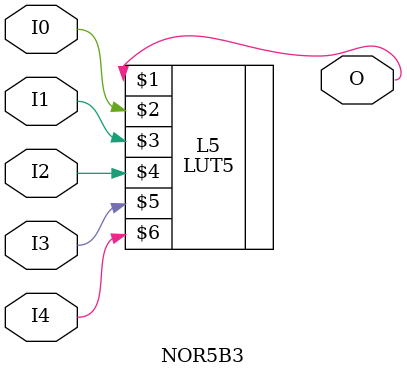
<source format=v>


`timescale  1 ps / 1 ps


module NOR5B3 (O, I0, I1, I2, I3, I4);

    output O;

    input  I0, I1, I2, I3, I4;

    LUT5 #(.INIT(32'h00000080)) L5 (O, I0, I1, I2, I3, I4);

endmodule

</source>
